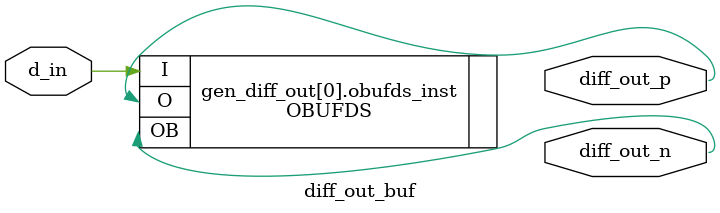
<source format=v>
`timescale 1ns / 1ps

module diff_out_buf #
(
  parameter integer DIFF_BUF_WIDTH = 1
)
(
  input   wire  [DIFF_BUF_WIDTH-1:0]   d_in,
  output  wire  [DIFF_BUF_WIDTH-1:0]   diff_out_p,
  output  wire  [DIFF_BUF_WIDTH-1:0]   diff_out_n
);

// Generate DIFF_BUF_WIDTH number of the Xilinx OBUFDS primitives
genvar i;
generate
  for (i = 0; i < DIFF_BUF_WIDTH; i = i + 1)
  begin : gen_diff_out
    OBUFDS
    #(
      .IOSTANDARD("DEFAULT")
    )
    obufds_inst
    (
      .I(d_in[i]),
      .O(diff_out_p[i]),
      .OB(diff_out_n[i])
    );
  end
endgenerate

endmodule

</source>
